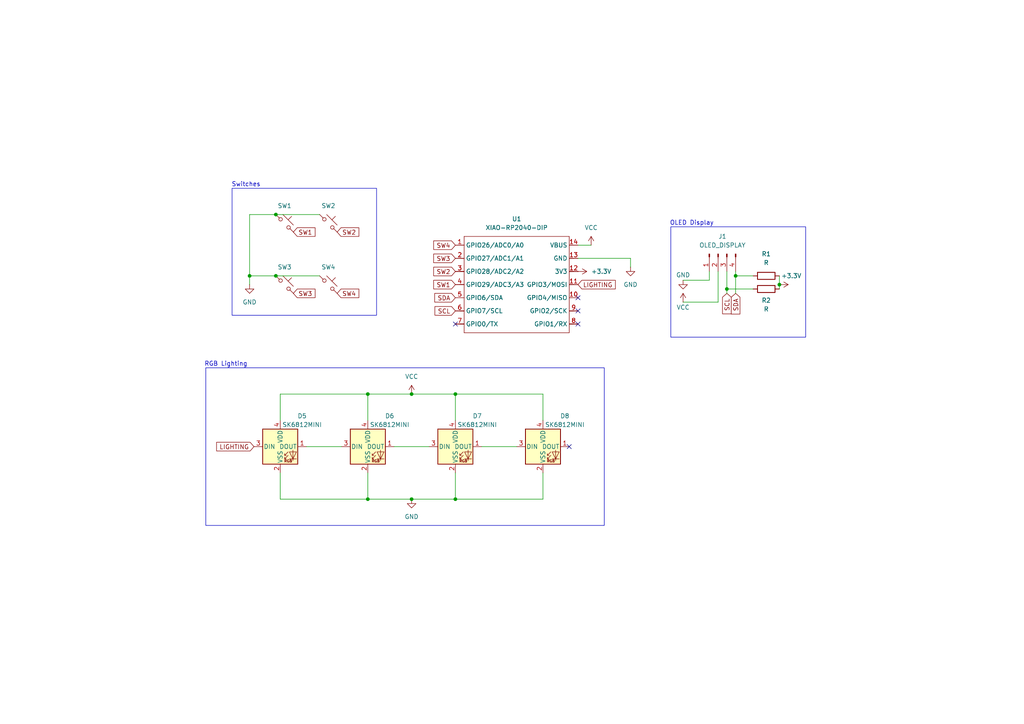
<source format=kicad_sch>
(kicad_sch (version 20231120) (generator "eeschema") (generator_version "8.0")
  (paper "A4")
  (lib_symbols
    (symbol "Connector:Conn_01x04_Pin" (pin_names (offset 1.016) hide)
      (property "Reference" "J" (at 0 5.08 0))
      (property "Value" "Conn_01x04_Pin" (at 0 -7.62 0))
      (symbol "Conn_01x04_Pin_1_1"
        (polyline (pts (xy 1.27 -5.08) (xy 0.8636 -5.08)) (stroke (width 0.1524)))
        (polyline (pts (xy 1.27 -2.54) (xy 0.8636 -2.54)) (stroke (width 0.1524)))
        (polyline (pts (xy 1.27 0) (xy 0.8636 0)) (stroke (width 0.1524)))
        (polyline (pts (xy 1.27 2.54) (xy 0.8636 2.54)) (stroke (width 0.1524)))
        (rectangle (start 0.8636 -4.953) (end 0 -5.207) (stroke (width 0.1524)) (fill (type outline)))
        (rectangle (start 0.8636 -2.413) (end 0 -2.667) (stroke (width 0.1524)) (fill (type outline)))
        (rectangle (start 0.8636 0.127) (end 0 -0.127) (stroke (width 0.1524)) (fill (type outline)))
        (rectangle (start 0.8636 2.667) (end 0 2.413) (stroke (width 0.1524)) (fill (type outline)))
        (pin passive line (at 5.08 2.54 180) (length 3.81) (name "Pin_1") (number "1"))
        (pin passive line (at 5.08 0 180) (length 3.81) (name "Pin_2") (number "2"))
        (pin passive line (at 5.08 -2.54 180) (length 3.81) (name "Pin_3") (number "3"))
        (pin passive line (at 5.08 -5.08 180) (length 3.81) (name "Pin_4") (number "4"))
      )
    )
    (symbol "Device:R" (pin_numbers hide) (pin_names (offset 0))
      (property "Reference" "R" (at 2.032 0 90))
      (property "Value" "R" (at 0 0 90))
      (symbol "R_0_1"
        (rectangle (start -1.016 -2.54) (end 1.016 2.54) (stroke (width 0.254)))
      )
      (symbol "R_1_1"
        (pin passive line (at 0 3.81 270) (length 1.27) (name "~") (number "1"))
        (pin passive line (at 0 -3.81 90) (length 1.27) (name "~") (number "2"))
      )
    )
    (symbol "LED:SK6812MINI" (pin_names (offset 0.254))
      (property "Reference" "D" (at 5.08 5.715 0))
      (property "Value" "SK6812MINI" (at 1.27 -5.715 0))
      (symbol "SK6812MINI_0_0"
        (text "RGB" (at 2.286 -4.191 0) (effects (font (size 0.762 0.762))))
      )
      (symbol "SK6812MINI_0_1"
        (polyline (pts (xy 1.27 -3.556) (xy 1.778 -3.556)))
        (polyline (pts (xy 1.27 -2.54) (xy 1.778 -2.54)))
        (polyline (pts (xy 4.699 -3.556) (xy 2.667 -3.556)))
        (polyline (pts (xy 2.286 -2.54) (xy 1.27 -3.556) (xy 1.27 -3.048)))
        (polyline (pts (xy 2.286 -1.524) (xy 1.27 -2.54) (xy 1.27 -2.032)))
        (polyline (pts (xy 3.683 -1.016) (xy 3.683 -3.556) (xy 3.683 -4.064)))
        (polyline (pts (xy 4.699 -1.524) (xy 2.667 -1.524) (xy 3.683 -3.556) (xy 4.699 -1.524)))
        (rectangle (start 5.08 5.08) (end -5.08 -5.08) (stroke (width 0.254)) (fill (type background)))
      )
      (symbol "SK6812MINI_1_1"
        (pin output line (at 7.62 0 180) (length 2.54) (name "DOUT") (number "1"))
        (pin power_in line (at 0 -7.62 90) (length 2.54) (name "VSS") (number "2"))
        (pin input line (at -7.62 0 0) (length 2.54) (name "DIN") (number "3"))
        (pin power_in line (at 0 7.62 270) (length 2.54) (name "VDD") (number "4"))
      )
    )
    (symbol "OPL:XIAO-RP2040-DIP"
      (property "Reference" "U" (at 0 0 0))
      (property "Value" "XIAO-RP2040-DIP" (at 5.334 -1.778 0))
      (symbol "XIAO-RP2040-DIP_1_0"
        (polyline (pts (xy -1.27 -30.48) (xy -1.27 -16.51)) (stroke (width 0.1524)))
        (polyline (pts (xy -1.27 -27.94) (xy -2.54 -27.94)) (stroke (width 0.1524)))
        (polyline (pts (xy -1.27 -24.13) (xy -2.54 -24.13)) (stroke (width 0.1524)))
        (polyline (pts (xy -1.27 -20.32) (xy -2.54 -20.32)) (stroke (width 0.1524)))
        (polyline (pts (xy -1.27 -16.51) (xy -2.54 -16.51)) (stroke (width 0.1524)))
        (polyline (pts (xy -1.27 -16.51) (xy -1.27 -12.7)) (stroke (width 0.1524)))
        (polyline (pts (xy -1.27 -12.7) (xy -2.54 -12.7)) (stroke (width 0.1524)))
        (polyline (pts (xy -1.27 -12.7) (xy -1.27 -8.89)) (stroke (width 0.1524)))
        (polyline (pts (xy -1.27 -8.89) (xy -2.54 -8.89)) (stroke (width 0.1524)))
        (polyline (pts (xy -1.27 -8.89) (xy -1.27 -5.08)) (stroke (width 0.1524)))
        (polyline (pts (xy -1.27 -5.08) (xy -2.54 -5.08)) (stroke (width 0.1524)))
        (polyline (pts (xy -1.27 -5.08) (xy -1.27 -2.54)) (stroke (width 0.1524)))
        (polyline (pts (xy -1.27 -2.54) (xy 29.21 -2.54)) (stroke (width 0.1524)))
        (polyline (pts (xy 29.21 -30.48) (xy -1.27 -30.48)) (stroke (width 0.1524)))
        (polyline (pts (xy 29.21 -12.7) (xy 29.21 -30.48)) (stroke (width 0.1524)))
        (polyline (pts (xy 29.21 -8.89) (xy 29.21 -12.7)) (stroke (width 0.1524)))
        (polyline (pts (xy 29.21 -5.08) (xy 29.21 -8.89)) (stroke (width 0.1524)))
        (polyline (pts (xy 29.21 -2.54) (xy 29.21 -5.08)) (stroke (width 0.1524)))
        (polyline (pts (xy 30.48 -27.94) (xy 29.21 -27.94)) (stroke (width 0.1524)))
        (polyline (pts (xy 30.48 -24.13) (xy 29.21 -24.13)) (stroke (width 0.1524)))
        (polyline (pts (xy 30.48 -20.32) (xy 29.21 -20.32)) (stroke (width 0.1524)))
        (polyline (pts (xy 30.48 -16.51) (xy 29.21 -16.51)) (stroke (width 0.1524)))
        (polyline (pts (xy 30.48 -12.7) (xy 29.21 -12.7)) (stroke (width 0.1524)))
        (polyline (pts (xy 30.48 -8.89) (xy 29.21 -8.89)) (stroke (width 0.1524)))
        (polyline (pts (xy 30.48 -5.08) (xy 29.21 -5.08)) (stroke (width 0.1524)))
        (pin passive line (at -3.81 -5.08 0) (length 2.54) (name "GPIO26/ADC0/A0") (number "1"))
        (pin passive line (at 31.75 -20.32 180) (length 2.54) (name "GPIO4/MISO") (number "10"))
        (pin passive line (at 31.75 -16.51 180) (length 2.54) (name "GPIO3/MOSI") (number "11"))
        (pin passive line (at 31.75 -12.7 180) (length 2.54) (name "3V3") (number "12"))
        (pin passive line (at 31.75 -8.89 180) (length 2.54) (name "GND") (number "13"))
        (pin passive line (at 31.75 -5.08 180) (length 2.54) (name "VBUS") (number "14"))
        (pin passive line (at -3.81 -8.89 0) (length 2.54) (name "GPIO27/ADC1/A1") (number "2"))
        (pin passive line (at -3.81 -12.7 0) (length 2.54) (name "GPIO28/ADC2/A2") (number "3"))
        (pin passive line (at -3.81 -16.51 0) (length 2.54) (name "GPIO29/ADC3/A3") (number "4"))
        (pin passive line (at -3.81 -20.32 0) (length 2.54) (name "GPIO6/SDA") (number "5"))
        (pin passive line (at -3.81 -24.13 0) (length 2.54) (name "GPIO7/SCL") (number "6"))
        (pin passive line (at -3.81 -27.94 0) (length 2.54) (name "GPIO0/TX") (number "7"))
        (pin passive line (at 31.75 -27.94 180) (length 2.54) (name "GPIO1/RX") (number "8"))
        (pin passive line (at 31.75 -24.13 180) (length 2.54) (name "GPIO2/SCK") (number "9"))
      )
    )
    (symbol "Switch:SW_Push_45deg" (pin_numbers hide) (pin_names (offset 1.016) hide)
      (property "Reference" "SW" (at 3.048 1.016 0))
      (property "Value" "SW_Push_45deg" (at 0 -3.81 0))
      (symbol "SW_Push_45deg_0_1"
        (circle (center -1.1684 1.1684) (radius 0.508))
        (polyline (pts (xy -0.508 2.54) (xy 2.54 -0.508)))
        (polyline (pts (xy 1.016 1.016) (xy 2.032 2.032)))
        (polyline (pts (xy -2.54 2.54) (xy -1.524 1.524) (xy -1.524 1.524)))
        (polyline (pts (xy 1.524 -1.524) (xy 2.54 -2.54) (xy 2.54 -2.54) (xy 2.54 -2.54)))
        (circle (center 1.143 -1.1938) (radius 0.508))
        (pin passive line (at -2.54 2.54 0) (length 0) (name "1") (number "1"))
        (pin passive line (at 2.54 -2.54 180) (length 0) (name "2") (number "2"))
      )
    )
    (symbol "power:+3.3V" (power) (pin_numbers hide) (pin_names (offset 0) hide)
      (property "Value" "+3.3V" (at 0 3.556 0))
      (symbol "+3.3V_0_1"
        (polyline (pts (xy -0.762 1.27) (xy 0 2.54)))
        (polyline (pts (xy 0 0) (xy 0 2.54)))
        (polyline (pts (xy 0 2.54) (xy 0.762 1.27)))
      )
      (symbol "+3.3V_1_1"
        (pin power_in line (at 0 0 90) (length 0) (name "~") (number "1"))
      )
    )
    (symbol "power:GND" (power) (pin_numbers hide) (pin_names (offset 0) hide)
      (property "Value" "GND" (at 0 -3.81 0))
      (symbol "GND_0_1"
        (polyline (pts (xy 0 0) (xy 0 -1.27) (xy 1.27 -1.27) (xy 0 -2.54) (xy -1.27 -1.27) (xy 0 -1.27)))
      )
      (symbol "GND_1_1"
        (pin power_in line (at 0 0 270) (length 0) (name "~") (number "1"))
      )
    )
    (symbol "power:VCC" (power) (pin_numbers hide) (pin_names (offset 0) hide)
      (property "Value" "VCC" (at 0 3.556 0))
      (symbol "VCC_0_1"
        (polyline (pts (xy -0.762 1.27) (xy 0 2.54)))
        (polyline (pts (xy 0 0) (xy 0 2.54)))
        (polyline (pts (xy 0 2.54) (xy 0.762 1.27)))
      )
      (symbol "VCC_1_1"
        (pin power_in line (at 0 0 90) (length 0) (name "~") (number "1"))
      )
    )
  )
  (junction (at 226.06 82.55))
  (junction (at 132.08 114.3))
  (junction (at 80.01 62.23))
  (junction (at 106.68 114.3))
  (junction (at 132.08 144.78))
  (junction (at 80.01 80.01))
  (junction (at 119.38 144.78))
  (junction (at 72.39 80.01))
  (junction (at 210.82 83.82))
  (junction (at 106.68 144.78))
  (junction (at 213.36 80.01))
  (junction (at 119.38 114.3))
  (no_connect (at 165.1 129.54))
  (no_connect (at 132.08 93.98))
  (no_connect (at 167.64 86.36))
  (no_connect (at 167.64 93.98))
  (no_connect (at 167.64 90.17))
  (wire (pts (xy 72.39 62.23) (xy 72.39 80.01)))
  (wire (pts (xy 139.7 129.54) (xy 149.86 129.54)))
  (wire (pts (xy 157.48 137.16) (xy 157.48 144.78)))
  (wire (pts (xy 205.74 81.28) (xy 205.74 78.74)))
  (wire (pts (xy 114.3 129.54) (xy 124.46 129.54)))
  (wire (pts (xy 80.01 80.01) (xy 92.71 80.01)))
  (wire (pts (xy 81.28 114.3) (xy 106.68 114.3)))
  (wire (pts (xy 92.71 62.23) (xy 80.01 62.23)))
  (wire (pts (xy 132.08 114.3) (xy 132.08 121.92)))
  (wire (pts (xy 132.08 114.3) (xy 157.48 114.3)))
  (wire (pts (xy 167.64 71.12) (xy 171.45 71.12)))
  (wire (pts (xy 81.28 144.78) (xy 81.28 137.16)))
  (wire (pts (xy 106.68 114.3) (xy 106.68 121.92)))
  (wire (pts (xy 106.68 144.78) (xy 81.28 144.78)))
  (wire (pts (xy 213.36 80.01) (xy 213.36 78.74)))
  (wire (pts (xy 198.12 87.63) (xy 208.28 87.63)))
  (wire (pts (xy 226.06 82.55) (xy 226.06 83.82)))
  (wire (pts (xy 210.82 83.82) (xy 210.82 78.74)))
  (wire (pts (xy 106.68 114.3) (xy 119.38 114.3)))
  (wire (pts (xy 182.88 74.93) (xy 182.88 77.47)))
  (wire (pts (xy 119.38 144.78) (xy 132.08 144.78)))
  (wire (pts (xy 210.82 83.82) (xy 218.44 83.82)))
  (wire (pts (xy 72.39 82.55) (xy 72.39 80.01)))
  (wire (pts (xy 88.9 129.54) (xy 99.06 129.54)))
  (wire (pts (xy 210.82 85.09) (xy 210.82 83.82)))
  (wire (pts (xy 208.28 87.63) (xy 208.28 78.74)))
  (wire (pts (xy 81.28 121.92) (xy 81.28 114.3)))
  (wire (pts (xy 106.68 144.78) (xy 119.38 144.78)))
  (wire (pts (xy 119.38 114.3) (xy 132.08 114.3)))
  (wire (pts (xy 213.36 80.01) (xy 218.44 80.01)))
  (wire (pts (xy 226.06 80.01) (xy 226.06 82.55)))
  (wire (pts (xy 80.01 62.23) (xy 72.39 62.23)))
  (wire (pts (xy 167.64 74.93) (xy 182.88 74.93)))
  (wire (pts (xy 157.48 114.3) (xy 157.48 121.92)))
  (wire (pts (xy 106.68 144.78) (xy 106.68 137.16)))
  (wire (pts (xy 198.12 81.28) (xy 205.74 81.28)))
  (wire (pts (xy 213.36 85.09) (xy 213.36 80.01)))
  (wire (pts (xy 72.39 80.01) (xy 80.01 80.01)))
  (wire (pts (xy 157.48 144.78) (xy 132.08 144.78)))
  (wire (pts (xy 132.08 144.78) (xy 132.08 137.16)))
  (rectangle (start 67.31 54.61) (end 109.22 91.44))
  (rectangle (start 59.69 106.68) (end 175.26 152.4))
  (rectangle (start 194.564 65.786) (end 233.68 97.79))
  (text "Switches" (at 71.374 53.594 0) (effects (font (size 1.27 1.27))))
  (text "RGB Lighting" (at 65.532 105.664 0) (effects (font (size 1.27 1.27))))
  (text "OLED Display\n" (at 200.66 64.77 0) (effects (font (size 1.27 1.27))))
  (global_label "SDA" (shape input) (at 132.08 86.36 180) (property "Intersheetrefs" "${INTERSHEET_REFS}" (effects (hide yes))))
  (global_label "SW4" (shape input) (at 132.08 71.12 180) (property "Intersheetrefs" "${INTERSHEET_REFS}" (effects (hide yes))))
  (global_label "SW1" (shape input) (at 85.09 67.31 0) (property "Intersheetrefs" "${INTERSHEET_REFS}" (effects (hide yes))))
  (global_label "LIGHTING" (shape input) (at 73.66 129.54 180) (property "Intersheetrefs" "${INTERSHEET_REFS}" (effects (hide yes))))
  (global_label "SW2" (shape input) (at 97.79 67.31 0) (property "Intersheetrefs" "${INTERSHEET_REFS}" (effects (hide yes))))
  (global_label "SDA" (shape input) (at 213.36 85.09 270) (property "Intersheetrefs" "${INTERSHEET_REFS}" (effects (hide yes))))
  (global_label "SW1" (shape input) (at 132.08 82.55 180) (property "Intersheetrefs" "${INTERSHEET_REFS}" (effects (hide yes))))
  (global_label "SCL" (shape input) (at 132.08 90.17 180) (property "Intersheetrefs" "${INTERSHEET_REFS}" (effects (hide yes))))
  (global_label "SW4" (shape input) (at 97.79 85.09 0) (property "Intersheetrefs" "${INTERSHEET_REFS}" (effects (hide yes))))
  (global_label "SW3" (shape input) (at 132.08 74.93 180) (property "Intersheetrefs" "${INTERSHEET_REFS}" (effects (hide yes))))
  (global_label "SW3" (shape input) (at 85.09 85.09 0) (property "Intersheetrefs" "${INTERSHEET_REFS}" (effects (hide yes))))
  (global_label "LIGHTING" (shape input) (at 167.64 82.55 0) (property "Intersheetrefs" "${INTERSHEET_REFS}" (effects (hide yes))))
  (global_label "SW2" (shape input) (at 132.08 78.74 180) (property "Intersheetrefs" "${INTERSHEET_REFS}" (effects (hide yes))))
  (global_label "SCL" (shape input) (at 210.82 85.09 270) (property "Intersheetrefs" "${INTERSHEET_REFS}" (effects (hide yes))))
  (symbol (lib_id "power:GND") (at 119.38 144.78 0) (unit 1)
    (property "Reference" "#PWR06" (effects (hide yes)))
    (property "Value" "GND" (at 119.38 149.86 0))
    (property "Description" "Power symbol creates a global label with name \"GND\" , ground" (effects (hide yes)))
  )
  (symbol (lib_id "LED:SK6812MINI") (at 81.28 129.54 0) (unit 1)
    (property "Reference" "D5" (at 87.63 120.65 0))
    (property "Value" "SK6812MINI" (at 87.63 123.19 0))
    (property "Footprint" "LED_SMD:LED_SK6812MINI_PLCC4_3.5x3.5mm_P1.75mm" (effects (hide yes)))
    (property "Datasheet" "https://cdn-shop.adafruit.com/product-files/2686/SK6812MINI_REV.01-1-2.pdf" (effects (hide yes)))
    (property "Description" "RGB LED with integrated controller" (effects (hide yes)))
  )
  (symbol (lib_id "power:+3.3V") (at 226.06 82.55 270) (unit 1)
    (property "Reference" "#PWR09" (effects (hide yes)))
    (property "Value" "+3.3V" (at 226.568 80.01 90) (effects (justify left)))
    (property "Description" "Power symbol creates a global label with name \"+3.3V\"" (effects (hide yes)))
  )
  (symbol (lib_id "power:GND") (at 72.39 82.55 0) (unit 1)
    (property "Reference" "#PWR07" (effects (hide yes)))
    (property "Value" "GND" (at 72.39 87.63 0))
    (property "Description" "Power symbol creates a global label with name \"GND\" , ground" (effects (hide yes)))
  )
  (symbol (lib_id "power:+3.3V") (at 167.64 78.74 270) (unit 1)
    (property "Reference" "#PWR08" (effects (hide yes)))
    (property "Value" "+3.3V" (at 171.45 78.7399 90) (effects (justify left)))
    (property "Description" "Power symbol creates a global label with name \"+3.3V\"" (effects (hide yes)))
  )
  (symbol (lib_id "power:GND") (at 198.12 81.28 0) (unit 1)
    (property "Reference" "#PWR03" (effects (hide yes)))
    (property "Value" "GND" (at 198.12 79.756 0))
    (property "Description" "Power symbol creates a global label with name \"GND\" , ground" (effects (hide yes)))
  )
  (symbol (lib_id "power:VCC") (at 171.45 71.12 0) (unit 1)
    (property "Reference" "#PWR02" (effects (hide yes)))
    (property "Value" "VCC" (at 171.45 66.04 0))
    (property "Description" "Power symbol creates a global label with name \"VCC\"" (effects (hide yes)))
  )
  (symbol (lib_id "Device:R") (at 222.25 80.01 90) (unit 1)
    (property "Reference" "R1" (at 222.25 73.66 90))
    (property "Value" "R" (at 222.25 76.2 90))
    (property "Footprint" "Resistor_THT:R_Axial_DIN0204_L3.6mm_D1.6mm_P7.62mm_Horizontal" (effects (hide yes)))
    (property "Description" "Resistor" (effects (hide yes)))
  )
  (symbol (lib_id "power:VCC") (at 198.12 87.63 0) (unit 1)
    (property "Reference" "#PWR04" (effects (hide yes)))
    (property "Value" "VCC" (at 198.12 89.154 0))
    (property "Description" "Power symbol creates a global label with name \"VCC\"" (effects (hide yes)))
  )
  (symbol (lib_id "Switch:SW_Push_45deg") (at 82.55 64.77 0) (unit 1)
    (property "Reference" "SW1" (at 82.55 59.69 0))
    (property "Value" "SW_Push_45deg" (effects (hide yes)))
    (property "Footprint" "choc switches:Kailh-PG1353-Solderable-1U" (effects (hide yes)))
    (property "Description" "Push button switch, normally open, two pins, 45° tilted" (effects (hide yes)))
  )
  (symbol (lib_id "Device:R") (at 222.25 83.82 90) (unit 1)
    (property "Reference" "R2" (at 222.25 87.122 90))
    (property "Value" "R" (at 222.25 89.662 90))
    (property "Footprint" "Resistor_THT:R_Axial_DIN0204_L3.6mm_D1.6mm_P7.62mm_Horizontal" (effects (hide yes)))
    (property "Description" "Resistor" (effects (hide yes)))
  )
  (symbol (lib_id "Switch:SW_Push_45deg") (at 82.55 82.55 0) (unit 1)
    (property "Reference" "SW3" (at 82.55 77.47 0))
    (property "Value" "SW_Push_45deg" (effects (hide yes)))
    (property "Footprint" "choc switches:Kailh-PG1353-Solderable-1U" (effects (hide yes)))
    (property "Description" "Push button switch, normally open, two pins, 45° tilted" (effects (hide yes)))
  )
  (symbol (lib_id "Switch:SW_Push_45deg") (at 95.25 82.55 0) (unit 1)
    (property "Reference" "SW4" (at 95.25 77.47 0))
    (property "Value" "SW_Push_45deg" (effects (hide yes)))
    (property "Footprint" "choc switches:Kailh-PG1353-Solderable-1U" (effects (hide yes)))
    (property "Description" "Push button switch, normally open, two pins, 45° tilted" (effects (hide yes)))
  )
  (symbol (lib_id "OPL:XIAO-RP2040-DIP") (at 135.89 66.04 0) (unit 1)
    (property "Reference" "U1" (at 149.86 63.5 0))
    (property "Value" "XIAO-RP2040-DIP" (at 149.86 66.04 0))
    (property "Footprint" "OPL:XIAO-RP2040" (effects (hide yes)))
  )
  (symbol (lib_id "LED:SK6812MINI") (at 106.68 129.54 0) (unit 1)
    (property "Reference" "D6" (at 113.03 120.65 0))
    (property "Value" "SK6812MINI" (at 113.03 123.19 0))
    (property "Footprint" "LED_SMD:LED_SK6812MINI_PLCC4_3.5x3.5mm_P1.75mm" (effects (hide yes)))
    (property "Datasheet" "https://cdn-shop.adafruit.com/product-files/2686/SK6812MINI_REV.01-1-2.pdf" (effects (hide yes)))
    (property "Description" "RGB LED with integrated controller" (effects (hide yes)))
  )
  (symbol (lib_id "Connector:Conn_01x04_Pin") (at 208.28 73.66 90) (mirror x) (unit 1)
    (property "Reference" "J1" (at 209.55 68.58 90))
    (property "Value" "OLED_DISPLAY" (at 209.55 71.12 90))
    (property "Footprint" "Connector_PinHeader_2.54mm:PinHeader_1x04_P2.54mm_Vertical" (effects (hide yes)))
    (property "Description" "Generic connector, single row, 01x04, script generated" (effects (hide yes)))
  )
  (symbol (lib_id "LED:SK6812MINI") (at 157.48 129.54 0) (unit 1)
    (property "Reference" "D8" (at 163.83 120.65 0))
    (property "Value" "SK6812MINI" (at 163.83 123.19 0))
    (property "Footprint" "LED_SMD:LED_SK6812MINI_PLCC4_3.5x3.5mm_P1.75mm" (effects (hide yes)))
    (property "Datasheet" "https://cdn-shop.adafruit.com/product-files/2686/SK6812MINI_REV.01-1-2.pdf" (effects (hide yes)))
    (property "Description" "RGB LED with integrated controller" (effects (hide yes)))
  )
  (symbol (lib_id "LED:SK6812MINI") (at 132.08 129.54 0) (unit 1)
    (property "Reference" "D7" (at 138.43 120.65 0))
    (property "Value" "SK6812MINI" (at 138.43 123.19 0))
    (property "Footprint" "LED_SMD:LED_SK6812MINI_PLCC4_3.5x3.5mm_P1.75mm" (effects (hide yes)))
    (property "Datasheet" "https://cdn-shop.adafruit.com/product-files/2686/SK6812MINI_REV.01-1-2.pdf" (effects (hide yes)))
    (property "Description" "RGB LED with integrated controller" (effects (hide yes)))
  )
  (symbol (lib_id "Switch:SW_Push_45deg") (at 95.25 64.77 0) (unit 1)
    (property "Reference" "SW2" (at 95.25 59.69 0))
    (property "Value" "SW_Push_45deg" (effects (hide yes)))
    (property "Footprint" "choc switches:Kailh-PG1353-Solderable-1U" (effects (hide yes)))
    (property "Description" "Push button switch, normally open, two pins, 45° tilted" (effects (hide yes)))
  )
  (symbol (lib_id "power:VCC") (at 119.38 114.3 0) (unit 1)
    (property "Reference" "#PWR05" (effects (hide yes)))
    (property "Value" "VCC" (at 119.38 109.22 0))
    (property "Description" "Power symbol creates a global label with name \"VCC\"" (effects (hide yes)))
  )
  (symbol (lib_id "power:GND") (at 182.88 77.47 0) (unit 1)
    (property "Reference" "#PWR01" (effects (hide yes)))
    (property "Value" "GND" (at 182.88 82.55 0))
    (property "Description" "Power symbol creates a global label with name \"GND\" , ground" (effects (hide yes)))
  )
)
</source>
